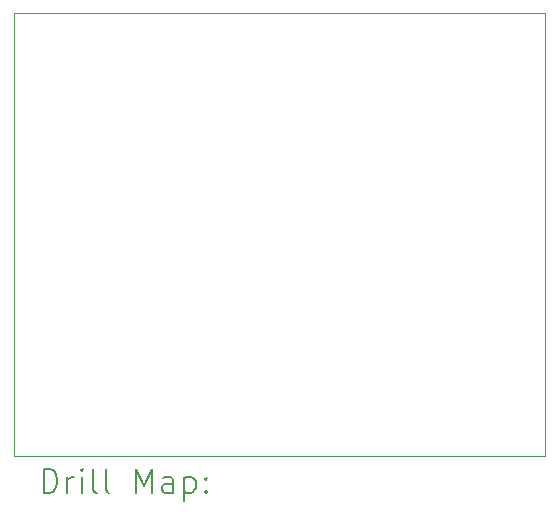
<source format=gbr>
%TF.GenerationSoftware,KiCad,Pcbnew,(6.0.8)*%
%TF.CreationDate,2022-11-19T23:47:43+04:00*%
%TF.ProjectId,MC34063_Buck_Rev4,4d433334-3036-4335-9f42-75636b5f5265,rev?*%
%TF.SameCoordinates,Original*%
%TF.FileFunction,Drillmap*%
%TF.FilePolarity,Positive*%
%FSLAX45Y45*%
G04 Gerber Fmt 4.5, Leading zero omitted, Abs format (unit mm)*
G04 Created by KiCad (PCBNEW (6.0.8)) date 2022-11-19 23:47:43*
%MOMM*%
%LPD*%
G01*
G04 APERTURE LIST*
%ADD10C,0.050000*%
%ADD11C,0.200000*%
G04 APERTURE END LIST*
D10*
X15650000Y-7600000D02*
X15650000Y-11350000D01*
X11150000Y-11350000D02*
X11150000Y-7600000D01*
X11150000Y-7600000D02*
X15650000Y-7600000D01*
X15650000Y-11350000D02*
X11150000Y-11350000D01*
D11*
X11405119Y-11662976D02*
X11405119Y-11462976D01*
X11452738Y-11462976D01*
X11481309Y-11472500D01*
X11500357Y-11491548D01*
X11509881Y-11510595D01*
X11519405Y-11548690D01*
X11519405Y-11577262D01*
X11509881Y-11615357D01*
X11500357Y-11634405D01*
X11481309Y-11653452D01*
X11452738Y-11662976D01*
X11405119Y-11662976D01*
X11605119Y-11662976D02*
X11605119Y-11529643D01*
X11605119Y-11567738D02*
X11614643Y-11548690D01*
X11624167Y-11539167D01*
X11643214Y-11529643D01*
X11662262Y-11529643D01*
X11728928Y-11662976D02*
X11728928Y-11529643D01*
X11728928Y-11462976D02*
X11719405Y-11472500D01*
X11728928Y-11482024D01*
X11738452Y-11472500D01*
X11728928Y-11462976D01*
X11728928Y-11482024D01*
X11852738Y-11662976D02*
X11833690Y-11653452D01*
X11824167Y-11634405D01*
X11824167Y-11462976D01*
X11957500Y-11662976D02*
X11938452Y-11653452D01*
X11928928Y-11634405D01*
X11928928Y-11462976D01*
X12186071Y-11662976D02*
X12186071Y-11462976D01*
X12252738Y-11605833D01*
X12319405Y-11462976D01*
X12319405Y-11662976D01*
X12500357Y-11662976D02*
X12500357Y-11558214D01*
X12490833Y-11539167D01*
X12471786Y-11529643D01*
X12433690Y-11529643D01*
X12414643Y-11539167D01*
X12500357Y-11653452D02*
X12481309Y-11662976D01*
X12433690Y-11662976D01*
X12414643Y-11653452D01*
X12405119Y-11634405D01*
X12405119Y-11615357D01*
X12414643Y-11596309D01*
X12433690Y-11586786D01*
X12481309Y-11586786D01*
X12500357Y-11577262D01*
X12595595Y-11529643D02*
X12595595Y-11729643D01*
X12595595Y-11539167D02*
X12614643Y-11529643D01*
X12652738Y-11529643D01*
X12671786Y-11539167D01*
X12681309Y-11548690D01*
X12690833Y-11567738D01*
X12690833Y-11624881D01*
X12681309Y-11643928D01*
X12671786Y-11653452D01*
X12652738Y-11662976D01*
X12614643Y-11662976D01*
X12595595Y-11653452D01*
X12776548Y-11643928D02*
X12786071Y-11653452D01*
X12776548Y-11662976D01*
X12767024Y-11653452D01*
X12776548Y-11643928D01*
X12776548Y-11662976D01*
X12776548Y-11539167D02*
X12786071Y-11548690D01*
X12776548Y-11558214D01*
X12767024Y-11548690D01*
X12776548Y-11539167D01*
X12776548Y-11558214D01*
M02*

</source>
